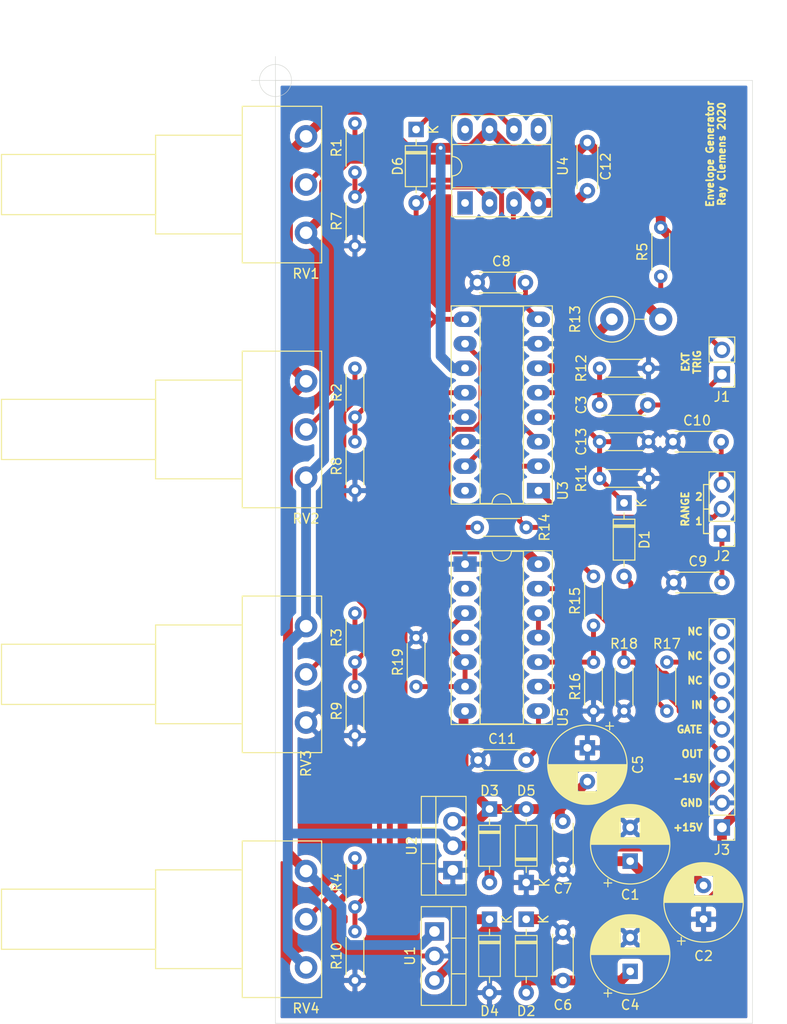
<source format=kicad_pcb>
(kicad_pcb (version 20171130) (host pcbnew "(5.1.6)-1")
  (layers (0 F.Cu signal) (31 B.Cu signal) (34 B.Paste user) (35 F.Paste user) (36 B.SilkS user) (37 F.SilkS user) (38 B.Mask user) (39 F.Mask user) (44 Edge.Cuts user))
  (net 0 "")
  (net 1 GND)
  (net 2 +15V)
  (net 3 -15V)
  (net 4 "Net-(C3-Pad1)")
  (net 5 +12V)
  (net 6 -12V)
  (net 7 "Net-(C8-Pad2)")
  (net 8 "Net-(C9-Pad2)")
  (net 9 "Net-(C10-Pad2)")
  (net 10 "Net-(C11-Pad2)")
  (net 11 /GATE)
  (net 12 "Net-(D6-Pad2)")
  (net 13 "Net-(D6-Pad1)")
  (net 14 "Net-(J1-Pad2)")
  (net 15 "Net-(J2-Pad2)")
  (net 16 "Net-(J3-Pad9)")
  (net 17 "Net-(J3-Pad8)")
  (net 18 "Net-(J3-Pad7)")
  (net 19 /SIG_IN)
  (net 20 /SIG_OUT)
  (net 21 "Net-(R1-Pad2)")
  (net 22 "Net-(R1-Pad1)")
  (net 23 "Net-(R2-Pad2)")
  (net 24 "Net-(R2-Pad1)")
  (net 25 "Net-(R3-Pad2)")
  (net 26 "Net-(R4-Pad2)")
  (net 27 "Net-(R10-Pad1)")
  (net 28 "Net-(R13-Pad1)")
  (net 29 "Net-(R14-Pad2)")
  (net 30 "Net-(R14-Pad1)")
  (net 31 "Net-(R15-Pad1)")
  (net 32 "Net-(R17-Pad2)")
  (net 33 "Net-(R19-Pad2)")
  (net 34 "Net-(U3-Pad16)")
  (net 35 "Net-(U3-Pad3)")
  (net 36 "Net-(U4-Pad8)")
  (net 37 "Net-(U4-Pad5)")
  (net 38 "Net-(U4-Pad1)")
  (net 39 "Net-(U5-Pad11)")
  (net 40 "Net-(U5-Pad4)")
  (net 41 "Net-(U5-Pad2)")
  (net 42 "Net-(C13-Pad2)")
  (module Connector_PinHeader_2.54mm:PinHeader_1x09_P2.54mm_Vertical (layer F.Cu) (at 173.99 124.46 180)
    (fp_text reference J3 (at 0 -2.33) (layer F.SilkS))
    (fp_text value Conn_01x09_Male)
    (pad 9 thru_hole oval (at 0 20.32 180) (size 1.7 1.7) (drill 1) (layers *.Cu *.Mask) (net 16 "Net-(J3-Pad9)"))
    (pad 8 thru_hole oval (at 0 17.78 180) (size 1.7 1.7) (drill 1) (layers *.Cu *.Mask) (net 17 "Net-(J3-Pad8)"))
    (pad 7 thru_hole oval (at 0 15.24 180) (size 1.7 1.7) (drill 1) (layers *.Cu *.Mask) (net 18 "Net-(J3-Pad7)"))
    (pad 6 thru_hole oval (at 0 12.7 180) (size 1.7 1.7) (drill 1) (layers *.Cu *.Mask) (net 19 /SIG_IN))
    (pad 5 thru_hole oval (at 0 10.16 180) (size 1.7 1.7) (drill 1) (layers *.Cu *.Mask) (net 11 /GATE))
    (pad 4 thru_hole oval (at 0 7.62 180) (size 1.7 1.7) (drill 1) (layers *.Cu *.Mask) (net 20 /SIG_OUT))
    (pad 3 thru_hole oval (at 0 5.08 180) (size 1.7 1.7) (drill 1) (layers *.Cu *.Mask) (net 3 -15V))
    (pad 2 thru_hole oval (at 0 2.54 180) (size 1.7 1.7) (drill 1) (layers *.Cu *.Mask) (net 1 GND))
    (pad 1 thru_hole rect (at 0 0 180) (size 1.7 1.7) (drill 1) (layers *.Cu *.Mask) (net 2 +15V))
  )
  (module Capacitor_THT:C_Disc_D4.3mm_W1.9mm_P5.00mm (layer F.Cu) (at 160.02 58.42 90)
    (fp_text reference C12 (at 2.5 1.905 90) (layer F.SilkS))
    (fp_text value 0.1u)
    (pad 2 thru_hole circle (at 5 0 90) (size 1.6 1.6) (drill 0.8) (layers *.Cu *.Mask) (net 2 +15V))
    (pad 1 thru_hole circle (at 0 0 90) (size 1.6 1.6) (drill 0.8) (layers *.Cu *.Mask) (net 3 -15V))
  )
  (module Package_TO_SOT_THT:TO-220-3_Vertical (layer F.Cu) (at 146.05 128.905 90)
    (fp_text reference U2 (at 2.54 -4.27 90) (layer F.SilkS))
    (fp_text value L7912)
    (pad 3 thru_hole oval (at 5.08 0 90) (size 1.905 2) (drill 1.1) (layers *.Cu *.Mask) (net 6 -12V))
    (pad 2 thru_hole oval (at 2.54 0 90) (size 1.905 2) (drill 1.1) (layers *.Cu *.Mask) (net 3 -15V))
    (pad 1 thru_hole rect (at 0 0 90) (size 1.905 2) (drill 1.1) (layers *.Cu *.Mask) (net 1 GND))
  )
  (module Package_TO_SOT_THT:TO-220-3_Vertical (layer F.Cu) (at 144.145 135.255 270)
    (fp_text reference U1 (at 2.54 2.54 90) (layer F.SilkS))
    (fp_text value L7812)
    (pad 3 thru_hole oval (at 5.08 0 270) (size 1.905 2) (drill 1.1) (layers *.Cu *.Mask) (net 5 +12V))
    (pad 2 thru_hole oval (at 2.54 0 270) (size 1.905 2) (drill 1.1) (layers *.Cu *.Mask) (net 1 GND))
    (pad 1 thru_hole rect (at 0 0 270) (size 1.905 2) (drill 1.1) (layers *.Cu *.Mask) (net 2 +15V))
  )
  (module Potentiometer_THT:Potentiometer_Piher_PC-16_Single_Horizontal (layer F.Cu) (at 130.81 128.985 180)
    (fp_text reference RV4 (at 0 -14.25) (layer F.SilkS))
    (fp_text value 10k)
    (pad 1 thru_hole circle (at 0 0 180) (size 2.34 2.34) (drill 1.3) (layers *.Cu *.Mask) (net 2 +15V))
    (pad 2 thru_hole circle (at 0 -5 180) (size 2.34 2.34) (drill 1.3) (layers *.Cu *.Mask) (net 26 "Net-(R4-Pad2)"))
    (pad 3 thru_hole circle (at 0 -10 180) (size 2.34 2.34) (drill 1.3) (layers *.Cu *.Mask) (net 3 -15V))
  )
  (module Potentiometer_THT:Potentiometer_Piher_PC-16_Single_Horizontal (layer F.Cu) (at 130.81 103.585 180)
    (fp_text reference RV3 (at 0 -14.25 90) (layer F.SilkS))
    (fp_text value 10k)
    (pad 1 thru_hole circle (at 0 0 180) (size 2.34 2.34) (drill 1.3) (layers *.Cu *.Mask) (net 3 -15V))
    (pad 2 thru_hole circle (at 0 -5 180) (size 2.34 2.34) (drill 1.3) (layers *.Cu *.Mask) (net 25 "Net-(R3-Pad2)"))
    (pad 3 thru_hole circle (at 0 -10 180) (size 2.34 2.34) (drill 1.3) (layers *.Cu *.Mask) (net 1 GND))
  )
  (module Potentiometer_THT:Potentiometer_Piher_PC-16_Single_Horizontal (layer F.Cu) (at 130.81 78.185 180)
    (fp_text reference RV2 (at 0 -14.25) (layer F.SilkS))
    (fp_text value 10k)
    (pad 1 thru_hole circle (at 0 0 180) (size 2.34 2.34) (drill 1.3) (layers *.Cu *.Mask) (net 2 +15V))
    (pad 2 thru_hole circle (at 0 -5 180) (size 2.34 2.34) (drill 1.3) (layers *.Cu *.Mask) (net 23 "Net-(R2-Pad2)"))
    (pad 3 thru_hole circle (at 0 -10 180) (size 2.34 2.34) (drill 1.3) (layers *.Cu *.Mask) (net 3 -15V))
  )
  (module Potentiometer_THT:Potentiometer_Piher_PC-16_Single_Horizontal (layer F.Cu) (at 130.81 52.785 180)
    (fp_text reference RV1 (at 0 -14.25) (layer F.SilkS))
    (fp_text value 10k)
    (pad 1 thru_hole circle (at 0 0 180) (size 2.34 2.34) (drill 1.3) (layers *.Cu *.Mask) (net 2 +15V))
    (pad 2 thru_hole circle (at 0 -5 180) (size 2.34 2.34) (drill 1.3) (layers *.Cu *.Mask) (net 21 "Net-(R1-Pad2)"))
    (pad 3 thru_hole circle (at 0 -10 180) (size 2.34 2.34) (drill 1.3) (layers *.Cu *.Mask) (net 3 -15V))
  )
  (module Package_DIP:DIP-14_W7.62mm_Socket_LongPads (layer F.Cu) (at 147.32 97.155)
    (fp_text reference U5 (at 10.16 15.875 90) (layer F.SilkS))
    (fp_text value AS3360)
    (pad 14 thru_hole oval (at 7.62 0) (size 2.4 1.6) (drill 0.8) (layers *.Cu *.Mask) (net 5 +12V))
    (pad 7 thru_hole oval (at 0 15.24) (size 2.4 1.6) (drill 0.8) (layers *.Cu *.Mask) (net 6 -12V))
    (pad 13 thru_hole oval (at 7.62 2.54) (size 2.4 1.6) (drill 0.8) (layers *.Cu *.Mask) (net 20 /SIG_OUT))
    (pad 6 thru_hole oval (at 0 12.7) (size 2.4 1.6) (drill 0.8) (layers *.Cu *.Mask) (net 33 "Net-(R19-Pad2)"))
    (pad 12 thru_hole oval (at 7.62 5.08) (size 2.4 1.6) (drill 0.8) (layers *.Cu *.Mask) (net 39 "Net-(U5-Pad11)"))
    (pad 5 thru_hole oval (at 0 10.16) (size 2.4 1.6) (drill 0.8) (layers *.Cu *.Mask) (net 33 "Net-(R19-Pad2)"))
    (pad 11 thru_hole oval (at 7.62 7.62) (size 2.4 1.6) (drill 0.8) (layers *.Cu *.Mask) (net 39 "Net-(U5-Pad11)"))
    (pad 4 thru_hole oval (at 0 7.62) (size 2.4 1.6) (drill 0.8) (layers *.Cu *.Mask) (net 40 "Net-(U5-Pad4)"))
    (pad 10 thru_hole oval (at 7.62 10.16) (size 2.4 1.6) (drill 0.8) (layers *.Cu *.Mask) (net 31 "Net-(R15-Pad1)"))
    (pad 3 thru_hole oval (at 0 5.08) (size 2.4 1.6) (drill 0.8) (layers *.Cu *.Mask) (net 33 "Net-(R19-Pad2)"))
    (pad 9 thru_hole oval (at 7.62 12.7) (size 2.4 1.6) (drill 0.8) (layers *.Cu *.Mask) (net 32 "Net-(R17-Pad2)"))
    (pad 2 thru_hole oval (at 0 2.54) (size 2.4 1.6) (drill 0.8) (layers *.Cu *.Mask) (net 41 "Net-(U5-Pad2)"))
    (pad 8 thru_hole oval (at 7.62 15.24) (size 2.4 1.6) (drill 0.8) (layers *.Cu *.Mask) (net 10 "Net-(C11-Pad2)"))
    (pad 1 thru_hole rect (at 0 0) (size 2.4 1.6) (drill 0.8) (layers *.Cu *.Mask) (net 1 GND))
  )
  (module Package_DIP:DIP-8_W7.62mm_Socket_LongPads (layer F.Cu) (at 147.32 59.69 90)
    (fp_text reference U4 (at 3.81 10.16 90) (layer F.SilkS))
    (fp_text value LM741)
    (pad 8 thru_hole oval (at 7.62 0 90) (size 2.4 1.6) (drill 0.8) (layers *.Cu *.Mask) (net 36 "Net-(U4-Pad8)"))
    (pad 4 thru_hole oval (at 0 7.62 90) (size 2.4 1.6) (drill 0.8) (layers *.Cu *.Mask) (net 3 -15V))
    (pad 7 thru_hole oval (at 7.62 2.54 90) (size 2.4 1.6) (drill 0.8) (layers *.Cu *.Mask) (net 2 +15V))
    (pad 3 thru_hole oval (at 0 5.08 90) (size 2.4 1.6) (drill 0.8) (layers *.Cu *.Mask) (net 35 "Net-(U3-Pad3)"))
    (pad 6 thru_hole oval (at 7.62 5.08 90) (size 2.4 1.6) (drill 0.8) (layers *.Cu *.Mask) (net 13 "Net-(D6-Pad1)"))
    (pad 2 thru_hole oval (at 0 2.54 90) (size 2.4 1.6) (drill 0.8) (layers *.Cu *.Mask) (net 12 "Net-(D6-Pad2)"))
    (pad 5 thru_hole oval (at 7.62 7.62 90) (size 2.4 1.6) (drill 0.8) (layers *.Cu *.Mask) (net 37 "Net-(U4-Pad5)"))
    (pad 1 thru_hole rect (at 0 0 90) (size 2.4 1.6) (drill 0.8) (layers *.Cu *.Mask) (net 38 "Net-(U4-Pad1)"))
  )
  (module Package_DIP:DIP-16_W7.62mm_Socket_LongPads (layer F.Cu) (at 154.94 89.535 180)
    (fp_text reference U3 (at -2.54 0 90) (layer F.SilkS))
    (fp_text value AS3310)
    (pad 16 thru_hole oval (at 7.62 0 180) (size 2.4 1.6) (drill 0.8) (layers *.Cu *.Mask) (net 34 "Net-(U3-Pad16)"))
    (pad 8 thru_hole oval (at 0 17.78 180) (size 2.4 1.6) (drill 0.8) (layers *.Cu *.Mask) (net 7 "Net-(C8-Pad2)"))
    (pad 15 thru_hole oval (at 7.62 2.54 180) (size 2.4 1.6) (drill 0.8) (layers *.Cu *.Mask) (net 22 "Net-(R1-Pad1)"))
    (pad 7 thru_hole oval (at 0 15.24 180) (size 2.4 1.6) (drill 0.8) (layers *.Cu *.Mask) (net 1 GND))
    (pad 14 thru_hole oval (at 7.62 5.08 180) (size 2.4 1.6) (drill 0.8) (layers *.Cu *.Mask) (net 1 GND))
    (pad 6 thru_hole oval (at 0 12.7 180) (size 2.4 1.6) (drill 0.8) (layers *.Cu *.Mask) (net 28 "Net-(R13-Pad1)"))
    (pad 13 thru_hole oval (at 7.62 7.62 180) (size 2.4 1.6) (drill 0.8) (layers *.Cu *.Mask) (net 27 "Net-(R10-Pad1)"))
    (pad 5 thru_hole oval (at 0 10.16 180) (size 2.4 1.6) (drill 0.8) (layers *.Cu *.Mask) (net 4 "Net-(C3-Pad1)"))
    (pad 12 thru_hole oval (at 7.62 10.16 180) (size 2.4 1.6) (drill 0.8) (layers *.Cu *.Mask) (net 24 "Net-(R2-Pad1)"))
    (pad 4 thru_hole oval (at 0 7.62 180) (size 2.4 1.6) (drill 0.8) (layers *.Cu *.Mask) (net 42 "Net-(C13-Pad2)"))
    (pad 11 thru_hole oval (at 7.62 12.7 180) (size 2.4 1.6) (drill 0.8) (layers *.Cu *.Mask) (net 2 +15V))
    (pad 3 thru_hole oval (at 0 5.08 180) (size 2.4 1.6) (drill 0.8) (layers *.Cu *.Mask) (net 35 "Net-(U3-Pad3)"))
    (pad 10 thru_hole oval (at 7.62 15.24 180) (size 2.4 1.6) (drill 0.8) (layers *.Cu *.Mask) (net 29 "Net-(R14-Pad2)"))
    (pad 2 thru_hole oval (at 0 2.54 180) (size 2.4 1.6) (drill 0.8) (layers *.Cu *.Mask) (net 30 "Net-(R14-Pad1)"))
    (pad 9 thru_hole oval (at 7.62 17.78 180) (size 2.4 1.6) (drill 0.8) (layers *.Cu *.Mask) (net 12 "Net-(D6-Pad2)"))
    (pad 1 thru_hole rect (at 0 0 180) (size 2.4 1.6) (drill 0.8) (layers *.Cu *.Mask) (net 15 "Net-(J2-Pad2)"))
  )
  (module Resistor_THT:R_Axial_DIN0204_L3.6mm_D1.6mm_P5.08mm_Horizontal (layer F.Cu) (at 142.24 104.775 270)
    (fp_text reference R19 (at 2.54 1.905 90) (layer F.SilkS))
    (fp_text value 47k)
    (pad 2 thru_hole oval (at 5.08 0 270) (size 1.4 1.4) (drill 0.7) (layers *.Cu *.Mask) (net 33 "Net-(R19-Pad2)"))
    (pad 1 thru_hole circle (at 0 0 270) (size 1.4 1.4) (drill 0.7) (layers *.Cu *.Mask) (net 1 GND))
  )
  (module Resistor_THT:R_Axial_DIN0204_L3.6mm_D1.6mm_P5.08mm_Horizontal (layer F.Cu) (at 163.83 112.395 90)
    (fp_text reference R18 (at 6.985 0 180) (layer F.SilkS))
    (fp_text value 47k)
    (pad 2 thru_hole oval (at 5.08 0 90) (size 1.4 1.4) (drill 0.7) (layers *.Cu *.Mask) (net 20 /SIG_OUT))
    (pad 1 thru_hole circle (at 0 0 90) (size 1.4 1.4) (drill 0.7) (layers *.Cu *.Mask) (net 1 GND))
  )
  (module Resistor_THT:R_Axial_DIN0204_L3.6mm_D1.6mm_P5.08mm_Horizontal (layer F.Cu) (at 168.275 107.315 270)
    (fp_text reference R17 (at -1.905 0) (layer F.SilkS))
    (fp_text value 47k)
    (pad 2 thru_hole oval (at 5.08 0 270) (size 1.4 1.4) (drill 0.7) (layers *.Cu *.Mask) (net 32 "Net-(R17-Pad2)"))
    (pad 1 thru_hole circle (at 0 0 270) (size 1.4 1.4) (drill 0.7) (layers *.Cu *.Mask) (net 19 /SIG_IN))
  )
  (module Resistor_THT:R_Axial_DIN0204_L3.6mm_D1.6mm_P5.08mm_Horizontal (layer F.Cu) (at 160.655 107.315 270)
    (fp_text reference R16 (at 2.54 1.905 90) (layer F.SilkS))
    (fp_text value 10k)
    (pad 2 thru_hole oval (at 5.08 0 270) (size 1.4 1.4) (drill 0.7) (layers *.Cu *.Mask) (net 1 GND))
    (pad 1 thru_hole circle (at 0 0 270) (size 1.4 1.4) (drill 0.7) (layers *.Cu *.Mask) (net 31 "Net-(R15-Pad1)"))
  )
  (module Resistor_THT:R_Axial_DIN0204_L3.6mm_D1.6mm_P5.08mm_Horizontal (layer F.Cu) (at 160.655 103.505 90)
    (fp_text reference R15 (at 2.54 -1.92 90) (layer F.SilkS))
    (fp_text value 47k)
    (pad 2 thru_hole oval (at 5.08 0 90) (size 1.4 1.4) (drill 0.7) (layers *.Cu *.Mask) (net 30 "Net-(R14-Pad1)"))
    (pad 1 thru_hole circle (at 0 0 90) (size 1.4 1.4) (drill 0.7) (layers *.Cu *.Mask) (net 31 "Net-(R15-Pad1)"))
  )
  (module Resistor_THT:R_Axial_DIN0204_L3.6mm_D1.6mm_P5.08mm_Horizontal (layer F.Cu) (at 153.67 93.345 180)
    (fp_text reference R14 (at -1.905 0 90) (layer F.SilkS))
    (fp_text value 30k)
    (pad 2 thru_hole oval (at 5.08 0 180) (size 1.4 1.4) (drill 0.7) (layers *.Cu *.Mask) (net 29 "Net-(R14-Pad2)"))
    (pad 1 thru_hole circle (at 0 0 180) (size 1.4 1.4) (drill 0.7) (layers *.Cu *.Mask) (net 30 "Net-(R14-Pad1)"))
  )
  (module Resistor_THT:R_Axial_DIN0414_L11.9mm_D4.5mm_P5.08mm_Vertical (layer F.Cu) (at 162.56 71.755)
    (fp_text reference R13 (at -3.81 0 90) (layer F.SilkS))
    (fp_text value 750)
    (pad 2 thru_hole oval (at 5.08 0) (size 2.4 2.4) (drill 1.2) (layers *.Cu *.Mask) (net 3 -15V))
    (pad 1 thru_hole circle (at 0 0) (size 2.4 2.4) (drill 1.2) (layers *.Cu *.Mask) (net 28 "Net-(R13-Pad1)"))
  )
  (module Resistor_THT:R_Axial_DIN0204_L3.6mm_D1.6mm_P5.08mm_Horizontal (layer F.Cu) (at 161.29 76.835)
    (fp_text reference R12 (at -1.905 0 90) (layer F.SilkS))
    (fp_text value 10k)
    (pad 2 thru_hole oval (at 5.08 0) (size 1.4 1.4) (drill 0.7) (layers *.Cu *.Mask) (net 1 GND))
    (pad 1 thru_hole circle (at 0 0) (size 1.4 1.4) (drill 0.7) (layers *.Cu *.Mask) (net 4 "Net-(C3-Pad1)"))
  )
  (module Resistor_THT:R_Axial_DIN0204_L3.6mm_D1.6mm_P5.08mm_Horizontal (layer F.Cu) (at 161.29 88.265)
    (fp_text reference R11 (at -1.905 0 90) (layer F.SilkS))
    (fp_text value 10k)
    (pad 2 thru_hole oval (at 5.08 0) (size 1.4 1.4) (drill 0.7) (layers *.Cu *.Mask) (net 1 GND))
    (pad 1 thru_hole circle (at 0 0) (size 1.4 1.4) (drill 0.7) (layers *.Cu *.Mask) (net 42 "Net-(C13-Pad2)"))
  )
  (module Resistor_THT:R_Axial_DIN0204_L3.6mm_D1.6mm_P5.08mm_Horizontal (layer F.Cu) (at 135.89 135.255 270)
    (fp_text reference R10 (at 2.54 1.905 90) (layer F.SilkS))
    (fp_text value 200)
    (pad 2 thru_hole oval (at 5.08 0 270) (size 1.4 1.4) (drill 0.7) (layers *.Cu *.Mask) (net 1 GND))
    (pad 1 thru_hole circle (at 0 0 270) (size 1.4 1.4) (drill 0.7) (layers *.Cu *.Mask) (net 27 "Net-(R10-Pad1)"))
  )
  (module Resistor_THT:R_Axial_DIN0204_L3.6mm_D1.6mm_P5.08mm_Horizontal (layer F.Cu) (at 135.89 109.855 270)
    (fp_text reference R9 (at 2.54 1.905 90) (layer F.SilkS))
    (fp_text value 15k)
    (pad 2 thru_hole oval (at 5.08 0 270) (size 1.4 1.4) (drill 0.7) (layers *.Cu *.Mask) (net 1 GND))
    (pad 1 thru_hole circle (at 0 0 270) (size 1.4 1.4) (drill 0.7) (layers *.Cu *.Mask) (net 12 "Net-(D6-Pad2)"))
  )
  (module Resistor_THT:R_Axial_DIN0204_L3.6mm_D1.6mm_P5.08mm_Horizontal (layer F.Cu) (at 135.89 84.455 270)
    (fp_text reference R8 (at 2.54 1.905 90) (layer F.SilkS))
    (fp_text value 200)
    (pad 2 thru_hole oval (at 5.08 0 270) (size 1.4 1.4) (drill 0.7) (layers *.Cu *.Mask) (net 1 GND))
    (pad 1 thru_hole circle (at 0 0 270) (size 1.4 1.4) (drill 0.7) (layers *.Cu *.Mask) (net 24 "Net-(R2-Pad1)"))
  )
  (module Resistor_THT:R_Axial_DIN0204_L3.6mm_D1.6mm_P5.08mm_Horizontal (layer F.Cu) (at 135.89 59.055 270)
    (fp_text reference R7 (at 2.54 1.905 90) (layer F.SilkS))
    (fp_text value 200)
    (pad 2 thru_hole oval (at 5.08 0 270) (size 1.4 1.4) (drill 0.7) (layers *.Cu *.Mask) (net 1 GND))
    (pad 1 thru_hole circle (at 0 0 270) (size 1.4 1.4) (drill 0.7) (layers *.Cu *.Mask) (net 22 "Net-(R1-Pad1)"))
  )
  (module Resistor_THT:R_Axial_DIN0204_L3.6mm_D1.6mm_P5.08mm_Horizontal (layer F.Cu) (at 166.37 84.455 180)
    (fp_text reference C13 (at 6.985 0 90) (layer F.SilkS))
    (fp_text value 10n)
    (pad 2 thru_hole oval (at 5.08 0 180) (size 1.4 1.4) (drill 0.7) (layers *.Cu *.Mask) (net 42 "Net-(C13-Pad2)"))
    (pad 1 thru_hole circle (at 0 0 180) (size 1.4 1.4) (drill 0.7) (layers *.Cu *.Mask) (net 1 GND))
  )
  (module Resistor_THT:R_Axial_DIN0204_L3.6mm_D1.6mm_P5.08mm_Horizontal (layer F.Cu) (at 167.64 67.31 90)
    (fp_text reference R5 (at 2.54 -1.92 90) (layer F.SilkS))
    (fp_text value 12k)
    (pad 2 thru_hole oval (at 5.08 0 90) (size 1.4 1.4) (drill 0.7) (layers *.Cu *.Mask) (net 2 +15V))
    (pad 1 thru_hole circle (at 0 0 90) (size 1.4 1.4) (drill 0.7) (layers *.Cu *.Mask) (net 14 "Net-(J1-Pad2)"))
  )
  (module Resistor_THT:R_Axial_DIN0204_L3.6mm_D1.6mm_P5.08mm_Horizontal (layer F.Cu) (at 135.89 132.715 90)
    (fp_text reference R4 (at 2.54 -1.905 90) (layer F.SilkS))
    (fp_text value 12k)
    (pad 2 thru_hole oval (at 5.08 0 90) (size 1.4 1.4) (drill 0.7) (layers *.Cu *.Mask) (net 26 "Net-(R4-Pad2)"))
    (pad 1 thru_hole circle (at 0 0 90) (size 1.4 1.4) (drill 0.7) (layers *.Cu *.Mask) (net 27 "Net-(R10-Pad1)"))
  )
  (module Resistor_THT:R_Axial_DIN0204_L3.6mm_D1.6mm_P5.08mm_Horizontal (layer F.Cu) (at 135.89 107.315 90)
    (fp_text reference R3 (at 2.54 -1.92 90) (layer F.SilkS))
    (fp_text value 20k)
    (pad 2 thru_hole oval (at 5.08 0 90) (size 1.4 1.4) (drill 0.7) (layers *.Cu *.Mask) (net 25 "Net-(R3-Pad2)"))
    (pad 1 thru_hole circle (at 0 0 90) (size 1.4 1.4) (drill 0.7) (layers *.Cu *.Mask) (net 12 "Net-(D6-Pad2)"))
  )
  (module Resistor_THT:R_Axial_DIN0204_L3.6mm_D1.6mm_P5.08mm_Horizontal (layer F.Cu) (at 135.89 81.915 90)
    (fp_text reference R2 (at 2.54 -1.905 90) (layer F.SilkS))
    (fp_text value 12k)
    (pad 2 thru_hole oval (at 5.08 0 90) (size 1.4 1.4) (drill 0.7) (layers *.Cu *.Mask) (net 23 "Net-(R2-Pad2)"))
    (pad 1 thru_hole circle (at 0 0 90) (size 1.4 1.4) (drill 0.7) (layers *.Cu *.Mask) (net 24 "Net-(R2-Pad1)"))
  )
  (module Resistor_THT:R_Axial_DIN0204_L3.6mm_D1.6mm_P5.08mm_Horizontal (layer F.Cu) (at 135.89 56.515 90)
    (fp_text reference R1 (at 2.54 -1.92 90) (layer F.SilkS))
    (fp_text value 12k)
    (pad 2 thru_hole oval (at 5.08 0 90) (size 1.4 1.4) (drill 0.7) (layers *.Cu *.Mask) (net 21 "Net-(R1-Pad2)"))
    (pad 1 thru_hole circle (at 0 0 90) (size 1.4 1.4) (drill 0.7) (layers *.Cu *.Mask) (net 22 "Net-(R1-Pad1)"))
  )
  (module Connector_PinHeader_2.54mm:PinHeader_1x03_P2.54mm_Vertical (layer F.Cu) (at 173.99 93.98 180)
    (fp_text reference J2 (at 0 -2.33) (layer F.SilkS))
    (fp_text value Conn_01x03_Male)
    (pad 3 thru_hole oval (at 0 5.08 180) (size 1.7 1.7) (drill 1) (layers *.Cu *.Mask) (net 9 "Net-(C10-Pad2)"))
    (pad 2 thru_hole oval (at 0 2.54 180) (size 1.7 1.7) (drill 1) (layers *.Cu *.Mask) (net 15 "Net-(J2-Pad2)"))
    (pad 1 thru_hole rect (at 0 0 180) (size 1.7 1.7) (drill 1) (layers *.Cu *.Mask) (net 8 "Net-(C9-Pad2)"))
  )
  (module Connector_PinHeader_2.54mm:PinHeader_1x02_P2.54mm_Vertical (layer F.Cu) (at 173.99 77.47 180)
    (fp_text reference J1 (at 0 -2.33) (layer F.SilkS))
    (fp_text value Conn_01x02_Male)
    (pad 2 thru_hole oval (at 0 2.54 180) (size 1.7 1.7) (drill 1) (layers *.Cu *.Mask) (net 14 "Net-(J1-Pad2)"))
    (pad 1 thru_hole rect (at 0 0 180) (size 1.7 1.7) (drill 1) (layers *.Cu *.Mask) (net 42 "Net-(C13-Pad2)"))
  )
  (module Diode_THT:D_DO-35_SOD27_P7.62mm_Horizontal (layer F.Cu) (at 142.24 52.07 270)
    (fp_text reference D6 (at 3.81 1.905 90) (layer F.SilkS))
    (fp_text value 1N4148)
    (fp_text user K (at 0 -1.8 90) (layer F.SilkS))
    (pad 2 thru_hole oval (at 7.62 0 270) (size 1.6 1.6) (drill 0.8) (layers *.Cu *.Mask) (net 12 "Net-(D6-Pad2)"))
    (pad 1 thru_hole rect (at 0 0 270) (size 1.6 1.6) (drill 0.8) (layers *.Cu *.Mask) (net 13 "Net-(D6-Pad1)"))
  )
  (module Diode_THT:D_DO-35_SOD27_P7.62mm_Horizontal (layer F.Cu) (at 153.67 130.175 90)
    (fp_text reference D5 (at 9.525 0 180) (layer F.SilkS))
    (fp_text value 1N4001)
    (fp_text user K (at 0 1.905 90) (layer F.SilkS))
    (pad 2 thru_hole oval (at 7.62 0 90) (size 1.6 1.6) (drill 0.8) (layers *.Cu *.Mask) (net 6 -12V))
    (pad 1 thru_hole rect (at 0 0 90) (size 1.6 1.6) (drill 0.8) (layers *.Cu *.Mask) (net 1 GND))
  )
  (module Diode_THT:D_DO-35_SOD27_P7.62mm_Horizontal (layer F.Cu) (at 149.86 133.985 270)
    (fp_text reference D4 (at 9.525 0 180) (layer F.SilkS))
    (fp_text value 1N4001)
    (fp_text user K (at 0 -1.8 90) (layer F.SilkS))
    (pad 2 thru_hole oval (at 7.62 0 270) (size 1.6 1.6) (drill 0.8) (layers *.Cu *.Mask) (net 1 GND))
    (pad 1 thru_hole rect (at 0 0 270) (size 1.6 1.6) (drill 0.8) (layers *.Cu *.Mask) (net 5 +12V))
  )
  (module Diode_THT:D_DO-35_SOD27_P7.62mm_Horizontal (layer F.Cu) (at 149.86 122.555 270)
    (fp_text reference D3 (at -1.905 0 180) (layer F.SilkS))
    (fp_text value 1N4001)
    (fp_text user K (at 0 -1.8 90) (layer F.SilkS))
    (pad 2 thru_hole oval (at 7.62 0 270) (size 1.6 1.6) (drill 0.8) (layers *.Cu *.Mask) (net 3 -15V))
    (pad 1 thru_hole rect (at 0 0 270) (size 1.6 1.6) (drill 0.8) (layers *.Cu *.Mask) (net 6 -12V))
  )
  (module Diode_THT:D_DO-35_SOD27_P7.62mm_Horizontal (layer F.Cu) (at 153.67 133.985 270)
    (fp_text reference D2 (at 9.525 0 180) (layer F.SilkS))
    (fp_text value 1N4001)
    (fp_text user K (at 0 -1.8 90) (layer F.SilkS))
    (pad 2 thru_hole oval (at 7.62 0 270) (size 1.6 1.6) (drill 0.8) (layers *.Cu *.Mask) (net 5 +12V))
    (pad 1 thru_hole rect (at 0 0 270) (size 1.6 1.6) (drill 0.8) (layers *.Cu *.Mask) (net 2 +15V))
  )
  (module Diode_THT:D_DO-35_SOD27_P7.62mm_Horizontal (layer F.Cu) (at 163.83 90.805 270)
    (fp_text reference D1 (at 3.81 -2.12 90) (layer F.SilkS))
    (fp_text value 1N4148)
    (fp_text user K (at 0 -1.8 90) (layer F.SilkS))
    (pad 2 thru_hole oval (at 7.62 0 270) (size 1.6 1.6) (drill 0.8) (layers *.Cu *.Mask) (net 11 /GATE))
    (pad 1 thru_hole rect (at 0 0 270) (size 1.6 1.6) (drill 0.8) (layers *.Cu *.Mask) (net 42 "Net-(C13-Pad2)"))
  )
  (module Capacitor_THT:C_Disc_D4.3mm_W1.9mm_P5.00mm (layer F.Cu) (at 148.67 117.475)
    (fp_text reference C11 (at 2.5 -2.2) (layer F.SilkS))
    (fp_text value 4n7)
    (pad 2 thru_hole circle (at 5 0) (size 1.6 1.6) (drill 0.8) (layers *.Cu *.Mask) (net 10 "Net-(C11-Pad2)"))
    (pad 1 thru_hole circle (at 0 0) (size 1.6 1.6) (drill 0.8) (layers *.Cu *.Mask) (net 1 GND))
  )
  (module Capacitor_THT:C_Disc_D4.3mm_W1.9mm_P5.00mm (layer F.Cu) (at 168.91 84.455)
    (fp_text reference C10 (at 2.5 -2.2) (layer F.SilkS))
    (fp_text value 33n)
    (pad 2 thru_hole circle (at 5 0) (size 1.6 1.6) (drill 0.8) (layers *.Cu *.Mask) (net 9 "Net-(C10-Pad2)"))
    (pad 1 thru_hole circle (at 0 0) (size 1.6 1.6) (drill 0.8) (layers *.Cu *.Mask) (net 1 GND))
  )
  (module Capacitor_THT:C_Disc_D4.3mm_W1.9mm_P5.00mm (layer F.Cu) (at 168.99 99.06)
    (fp_text reference C9 (at 2.5 -2.2) (layer F.SilkS))
    (fp_text value 4n7)
    (pad 2 thru_hole circle (at 5 0) (size 1.6 1.6) (drill 0.8) (layers *.Cu *.Mask) (net 8 "Net-(C9-Pad2)"))
    (pad 1 thru_hole circle (at 0 0) (size 1.6 1.6) (drill 0.8) (layers *.Cu *.Mask) (net 1 GND))
  )
  (module Capacitor_THT:C_Disc_D4.3mm_W1.9mm_P5.00mm (layer F.Cu) (at 148.59 67.945)
    (fp_text reference C8 (at 2.5 -2.2) (layer F.SilkS))
    (fp_text value 10n)
    (pad 2 thru_hole circle (at 5 0) (size 1.6 1.6) (drill 0.8) (layers *.Cu *.Mask) (net 7 "Net-(C8-Pad2)"))
    (pad 1 thru_hole circle (at 0 0) (size 1.6 1.6) (drill 0.8) (layers *.Cu *.Mask) (net 1 GND))
  )
  (module Capacitor_THT:C_Disc_D4.3mm_W1.9mm_P5.00mm (layer F.Cu) (at 157.48 123.825 270)
    (fp_text reference C7 (at 6.985 0 180) (layer F.SilkS))
    (fp_text value 0.1u)
    (pad 2 thru_hole circle (at 5 0 270) (size 1.6 1.6) (drill 0.8) (layers *.Cu *.Mask) (net 1 GND))
    (pad 1 thru_hole circle (at 0 0 270) (size 1.6 1.6) (drill 0.8) (layers *.Cu *.Mask) (net 6 -12V))
  )
  (module Capacitor_THT:C_Disc_D4.3mm_W1.9mm_P5.00mm (layer F.Cu) (at 157.48 135.335 270)
    (fp_text reference C6 (at 7.54 0 180) (layer F.SilkS))
    (fp_text value 0.1u)
    (pad 2 thru_hole circle (at 5 0 270) (size 1.6 1.6) (drill 0.8) (layers *.Cu *.Mask) (net 5 +12V))
    (pad 1 thru_hole circle (at 0 0 270) (size 1.6 1.6) (drill 0.8) (layers *.Cu *.Mask) (net 1 GND))
  )
  (module Capacitor_THT:CP_Radial_D8.0mm_P3.50mm (layer F.Cu) (at 160.02 116.205 270)
    (fp_text reference C5 (at 1.75 -5.25 90) (layer F.SilkS))
    (fp_text value 10u)
    (pad 2 thru_hole circle (at 3.5 0 270) (size 1.6 1.6) (drill 0.8) (layers *.Cu *.Mask) (net 6 -12V))
    (pad 1 thru_hole rect (at 0 0 270) (size 1.6 1.6) (drill 0.8) (layers *.Cu *.Mask) (net 1 GND))
  )
  (module Capacitor_THT:CP_Radial_D8.0mm_P3.50mm (layer F.Cu) (at 164.465 139.39 90)
    (fp_text reference C4 (at -3.485 0 180) (layer F.SilkS))
    (fp_text value 10u)
    (pad 2 thru_hole circle (at 3.5 0 90) (size 1.6 1.6) (drill 0.8) (layers *.Cu *.Mask) (net 1 GND))
    (pad 1 thru_hole rect (at 0 0 90) (size 1.6 1.6) (drill 0.8) (layers *.Cu *.Mask) (net 5 +12V))
  )
  (module Capacitor_THT:C_Disc_D4.3mm_W1.9mm_P5.00mm (layer F.Cu) (at 161.29 80.645)
    (fp_text reference C3 (at -1.905 0 90) (layer F.SilkS))
    (fp_text value 3n3)
    (pad 2 thru_hole circle (at 5 0) (size 1.6 1.6) (drill 0.8) (layers *.Cu *.Mask) (net 42 "Net-(C13-Pad2)"))
    (pad 1 thru_hole circle (at 0 0) (size 1.6 1.6) (drill 0.8) (layers *.Cu *.Mask) (net 4 "Net-(C3-Pad1)"))
  )
  (module Capacitor_THT:CP_Radial_D8.0mm_P3.50mm (layer F.Cu) (at 172.085 133.985 90)
    (fp_text reference C2 (at -3.81 0 180) (layer F.SilkS))
    (fp_text value 100u)
    (pad 2 thru_hole circle (at 3.5 0 90) (size 1.6 1.6) (drill 0.8) (layers *.Cu *.Mask) (net 3 -15V))
    (pad 1 thru_hole rect (at 0 0 90) (size 1.6 1.6) (drill 0.8) (layers *.Cu *.Mask) (net 1 GND))
  )
  (module Capacitor_THT:CP_Radial_D8.0mm_P3.50mm (layer F.Cu) (at 164.465 127.96 90)
    (fp_text reference C1 (at -3.485 0 180) (layer F.SilkS))
    (fp_text value 100u)
    (pad 2 thru_hole circle (at 3.5 0 90) (size 1.6 1.6) (drill 0.8) (layers *.Cu *.Mask) (net 1 GND))
    (pad 1 thru_hole rect (at 0 0 90) (size 1.6 1.6) (drill 0.8) (layers *.Cu *.Mask) (net 2 +15V))
  )
  (gr_text "EXT\nTRIG" (at 170.815 76.2 90) (layer F.SilkS) (effects (font (size 0.75 0.75) (thickness 0.1875))))
  (gr_line (start 172.085 91.44) (end 172.085 93.98) (layer F.SilkS) (width 0.12))
  (gr_line (start 172.72 93.98) (end 172.085 93.98) (layer F.SilkS) (width 0.12))
  (gr_line (start 172.085 93.98) (end 172.72 93.98) (layer F.SilkS) (width 0.12))
  (gr_line (start 172.72 91.44) (end 172.085 91.44) (layer F.SilkS) (width 0.12))
  (gr_line (start 172.085 91.44) (end 172.72 91.44) (layer F.SilkS) (width 0.12))
  (gr_line (start 172.085 88.9) (end 172.085 91.44) (layer F.SilkS) (width 0.12))
  (gr_line (start 172.72 88.9) (end 172.085 88.9) (layer F.SilkS) (width 0.12))
  (gr_text RANGE (at 170.18 91.44 90) (layer F.SilkS) (effects (font (size 0.75 0.75) (thickness 0.1875))))
  (gr_text 2 (at 172.085 90.17) (layer F.SilkS) (effects (font (size 0.75 0.75) (thickness 0.1875)) (justify right)))
  (gr_text 1 (at 172.085 92.71) (layer F.SilkS) (effects (font (size 0.75 0.75) (thickness 0.1875)) (justify right)))
  (gr_text NC (at 172.085 104.14) (layer F.SilkS) (effects (font (size 0.75 0.75) (thickness 0.1875)) (justify right)))
  (gr_text NC (at 172.085 106.68) (layer F.SilkS) (effects (font (size 0.75 0.75) (thickness 0.1875)) (justify right)))
  (gr_text NC (at 172.085 109.22) (layer F.SilkS) (effects (font (size 0.75 0.75) (thickness 0.1875)) (justify right)))
  (gr_text IN (at 172.085 111.76) (layer F.SilkS) (effects (font (size 0.75 0.75) (thickness 0.1875)) (justify right)))
  (gr_text GATE (at 172.085 114.3) (layer F.SilkS) (effects (font (size 0.75 0.75) (thickness 0.1875)) (justify right)))
  (gr_text OUT (at 172.085 116.84) (layer F.SilkS) (effects (font (size 0.75 0.75) (thickness 0.1875)) (justify right)))
  (gr_text -15V (at 172.085 119.38) (layer F.SilkS) (effects (font (size 0.75 0.75) (thickness 0.1875)) (justify right)))
  (gr_text +15V (at 172.085 124.46) (layer F.SilkS) (effects (font (size 0.75 0.75) (thickness 0.1875)) (justify right)))
  (gr_text GND (at 172.085 121.92) (layer F.SilkS) (effects (font (size 0.75 0.75) (thickness 0.1875)) (justify right)))
  (gr_text "Envelope Generator\nRay Clemens 2020" (at 173.355 54.61 90) (layer F.SilkS) (effects (font (size 0.75 0.75) (thickness 0.1875))))
  (target plus (at 127.635 46.99) (size 5) (width 0.05) (layer Edge.Cuts))
  (gr_line (start 177.165 46.99) (end 177.165 144.78) (layer Edge.Cuts) (width 0.05))
  (gr_line (start 127.635 46.99) (end 177.165 46.99) (layer Edge.Cuts) (width 0.05))
  (gr_line (start 127.635 48.26) (end 127.635 46.99) (layer Edge.Cuts) (width 0.05))
  (gr_line (start 127.635 48.26) (end 127.635 144.78) (layer Edge.Cuts) (width 0.05))
  (gr_line (start 127.635 144.78) (end 177.165 144.78) (layer Edge.Cuts) (width 0.05))
  (segment (start 161.511 127.96) (end 164.465 127.96) (width 1.016) (layer F.Cu) (net 2))
  (segment (start 155.486 133.985) (end 161.511 127.96) (width 1.016) (layer F.Cu) (net 2))
  (segment (start 153.67 133.985) (end 155.486 133.985) (width 1.016) (layer F.Cu) (net 2))
  (segment (start 152.009999 54.219999) (end 149.86 52.07) (width 1.016) (layer F.Cu) (net 2))
  (segment (start 159.220001 54.219999) (end 152.009999 54.219999) (width 1.016) (layer F.Cu) (net 2))
  (segment (start 160.02 53.42) (end 159.220001 54.219999) (width 1.016) (layer F.Cu) (net 2))
  (segment (start 133.568001 50.026999) (end 130.81 52.785) (width 1.016) (layer F.Cu) (net 2))
  (segment (start 141.273608 53.97801) (end 137.322597 50.026999) (width 1.016) (layer F.Cu) (net 2))
  (segment (start 149.852648 52.07) (end 147.944638 53.97801) (width 1.016) (layer F.Cu) (net 2))
  (segment (start 137.322597 50.026999) (end 133.568001 50.026999) (width 1.016) (layer F.Cu) (net 2))
  (segment (start 149.86 52.07) (end 149.852648 52.07) (width 1.016) (layer F.Cu) (net 2))
  (segment (start 128.931999 54.663001) (end 130.81 52.785) (width 1.016) (layer F.Cu) (net 2))
  (segment (start 128.931999 76.306999) (end 128.931999 54.663001) (width 1.016) (layer F.Cu) (net 2))
  (segment (start 130.81 78.185) (end 128.931999 76.306999) (width 1.016) (layer F.Cu) (net 2))
  (segment (start 168.498001 131.993001) (end 164.465 127.96) (width 1.016) (layer F.Cu) (net 2))
  (segment (start 172.808841 131.993001) (end 168.498001 131.993001) (width 1.016) (layer F.Cu) (net 2))
  (segment (start 173.99 130.811842) (end 172.808841 131.993001) (width 1.016) (layer F.Cu) (net 2))
  (segment (start 173.99 124.46) (end 173.99 130.811842) (width 1.016) (layer F.Cu) (net 2))
  (segment (start 167.64 61.04) (end 160.02 53.42) (width 1.016) (layer F.Cu) (net 2))
  (segment (start 167.64 62.23) (end 167.64 61.04) (width 1.016) (layer F.Cu) (net 2))
  (segment (start 173.99 124.46) (end 175.895 122.555) (width 1.016) (layer F.Cu) (net 2))
  (segment (start 175.895 70.485) (end 167.64 62.23) (width 1.016) (layer F.Cu) (net 2))
  (segment (start 175.895 122.555) (end 175.895 70.485) (width 1.016) (layer F.Cu) (net 2))
  (segment (start 147.32 76.835) (end 146.05 76.835) (width 1.016) (layer B.Cu) (net 2))
  (via (at 144.78301 53.97801) (size 0.8) (drill 0.4) (layers F.Cu B.Cu) (net 2))
  (segment (start 144.78301 75.56801) (end 144.78301 53.97801) (width 1.016) (layer B.Cu) (net 2))
  (segment (start 146.05 76.835) (end 144.78301 75.56801) (width 1.016) (layer B.Cu) (net 2))
  (segment (start 147.944638 53.97801) (end 144.78301 53.97801) (width 1.016) (layer F.Cu) (net 2))
  (segment (start 144.78301 53.97801) (end 141.273608 53.97801) (width 1.016) (layer F.Cu) (net 2))
  (segment (start 142.736999 136.663001) (end 144.145 135.255) (width 1.016) (layer B.Cu) (net 2))
  (segment (start 135.214159 136.663001) (end 142.736999 136.663001) (width 1.016) (layer B.Cu) (net 2))
  (segment (start 134.481999 135.930841) (end 135.214159 136.663001) (width 1.016) (layer B.Cu) (net 2))
  (segment (start 134.481999 132.656999) (end 134.481999 135.930841) (width 1.016) (layer B.Cu) (net 2))
  (segment (start 130.81 128.985) (end 134.481999 132.656999) (width 1.016) (layer B.Cu) (net 2))
  (segment (start 130.81 78.185) (end 128.931999 80.063001) (width 1.016) (layer F.Cu) (net 2))
  (segment (start 128.931999 127.106999) (end 130.81 128.985) (width 1.016) (layer F.Cu) (net 2))
  (segment (start 128.931999 80.063001) (end 128.931999 127.106999) (width 1.016) (layer F.Cu) (net 2))
  (segment (start 149.86 128.159) (end 149.86 130.175) (width 1.016) (layer F.Cu) (net 3))
  (segment (start 148.066 126.365) (end 149.86 128.159) (width 1.016) (layer F.Cu) (net 3))
  (segment (start 146.05 126.365) (end 148.066 126.365) (width 1.016) (layer F.Cu) (net 3))
  (segment (start 151.567001 126.451999) (end 149.86 128.159) (width 1.016) (layer F.Cu) (net 3))
  (segment (start 168.051999 126.451999) (end 151.567001 126.451999) (width 1.016) (layer F.Cu) (net 3))
  (segment (start 172.085 130.485) (end 170.3425 128.7425) (width 1.016) (layer F.Cu) (net 3))
  (segment (start 170.3425 128.7425) (end 168.051999 126.451999) (width 1.016) (layer F.Cu) (net 3))
  (segment (start 132.688001 64.663001) (end 130.81 62.785) (width 1.016) (layer B.Cu) (net 3))
  (segment (start 132.688001 86.306999) (end 132.688001 64.663001) (width 1.016) (layer B.Cu) (net 3))
  (segment (start 130.81 88.185) (end 132.688001 86.306999) (width 1.016) (layer B.Cu) (net 3))
  (segment (start 154.94 59.69) (end 155.575 59.69) (width 1.016) (layer F.Cu) (net 3))
  (segment (start 158.75 59.69) (end 160.02 58.42) (width 1.016) (layer F.Cu) (net 3))
  (segment (start 154.94 59.69) (end 158.75 59.69) (width 1.016) (layer F.Cu) (net 3))
  (segment (start 158.75 62.865) (end 167.64 71.755) (width 1.016) (layer F.Cu) (net 3))
  (segment (start 158.75 59.69) (end 158.75 62.865) (width 1.016) (layer F.Cu) (net 3))
  (segment (start 140.682898 55.106999) (end 140.76992 55.194021) (width 1.016) (layer F.Cu) (net 3))
  (segment (start 130.81 62.785) (end 132.688001 60.906999) (width 1.016) (layer F.Cu) (net 3))
  (segment (start 132.688001 57.633157) (end 135.214159 55.106999) (width 1.016) (layer F.Cu) (net 3))
  (segment (start 140.76992 55.194021) (end 150.444021 55.194021) (width 1.016) (layer F.Cu) (net 3))
  (segment (start 132.688001 60.906999) (end 132.688001 57.633157) (width 1.016) (layer F.Cu) (net 3))
  (segment (start 135.214159 55.106999) (end 140.682898 55.106999) (width 1.016) (layer F.Cu) (net 3))
  (segment (start 150.444021 55.194021) (end 154.94 59.69) (width 1.016) (layer F.Cu) (net 3))
  (segment (start 168.051999 125.318001) (end 168.051999 126.451999) (width 1.016) (layer F.Cu) (net 3))
  (segment (start 173.99 119.38) (end 168.051999 125.318001) (width 1.016) (layer F.Cu) (net 3))
  (segment (start 128.905 137.08) (end 130.81 138.985) (width 1.016) (layer B.Cu) (net 3))
  (segment (start 128.905 125.095) (end 128.905 137.08) (width 1.016) (layer B.Cu) (net 3))
  (segment (start 146.05 126.365) (end 144.78 125.095) (width 1.016) (layer B.Cu) (net 3))
  (segment (start 144.78 125.095) (end 128.905 125.095) (width 1.016) (layer B.Cu) (net 3))
  (segment (start 128.905 105.49) (end 130.81 103.585) (width 1.016) (layer B.Cu) (net 3))
  (segment (start 128.905 125.095) (end 128.905 105.49) (width 1.016) (layer B.Cu) (net 3))
  (segment (start 130.81 103.585) (end 130.81 88.185) (width 1.016) (layer B.Cu) (net 3))
  (segment (start 161.29 88.265) (end 161.29 84.455) (width 0.508) (layer F.Cu) (net 42))
  (segment (start 162.48 84.455) (end 166.29 80.645) (width 0.508) (layer F.Cu) (net 42))
  (segment (start 161.29 84.455) (end 162.48 84.455) (width 0.508) (layer F.Cu) (net 42))
  (segment (start 158.75 81.915) (end 161.29 84.455) (width 0.508) (layer F.Cu) (net 42))
  (segment (start 154.94 81.915) (end 158.75 81.915) (width 0.508) (layer F.Cu) (net 42))
  (segment (start 170.815 80.645) (end 173.99 77.47) (width 0.508) (layer F.Cu) (net 42))
  (segment (start 166.29 80.645) (end 170.815 80.645) (width 0.508) (layer F.Cu) (net 42))
  (segment (start 161.29 88.265) (end 163.83 90.805) (width 0.508) (layer F.Cu) (net 42))
  (segment (start 154.94 79.375) (end 161.29 79.375) (width 0.508) (layer F.Cu) (net 4))
  (segment (start 161.29 79.375) (end 161.29 80.645) (width 0.508) (layer F.Cu) (net 4))
  (segment (start 161.29 76.835) (end 161.29 79.375) (width 0.508) (layer F.Cu) (net 4))
  (segment (start 153.67 141.605) (end 153.67 140.335) (width 1.016) (layer F.Cu) (net 5))
  (segment (start 157.48 140.335) (end 154.94 140.335) (width 1.016) (layer F.Cu) (net 5))
  (segment (start 154.94 140.335) (end 153.67 140.335) (width 1.016) (layer F.Cu) (net 5))
  (segment (start 163.52 140.335) (end 164.465 139.39) (width 1.016) (layer F.Cu) (net 5))
  (segment (start 157.48 140.335) (end 163.52 140.335) (width 1.016) (layer F.Cu) (net 5))
  (segment (start 149.86 134.62) (end 149.86 133.985) (width 1.016) (layer F.Cu) (net 5))
  (segment (start 144.145 140.335) (end 149.86 134.62) (width 1.016) (layer F.Cu) (net 5))
  (segment (start 153.67 138.43) (end 149.86 134.62) (width 1.016) (layer F.Cu) (net 5))
  (segment (start 153.67 140.335) (end 153.67 138.43) (width 1.016) (layer F.Cu) (net 5))
  (segment (start 153.431999 95.646999) (end 154.94 97.155) (width 1.016) (layer F.Cu) (net 5))
  (segment (start 145.553599 95.646999) (end 153.431999 95.646999) (width 1.016) (layer F.Cu) (net 5))
  (segment (start 140.831999 100.368599) (end 145.553599 95.646999) (width 1.016) (layer F.Cu) (net 5))
  (segment (start 140.831999 126.913901) (end 140.831999 100.368599) (width 1.016) (layer F.Cu) (net 5))
  (segment (start 147.903098 133.985) (end 140.831999 126.913901) (width 1.016) (layer F.Cu) (net 5))
  (segment (start 149.86 133.985) (end 147.903098 133.985) (width 1.016) (layer F.Cu) (net 5))
  (segment (start 148.59 123.825) (end 149.86 122.555) (width 1.016) (layer F.Cu) (net 6))
  (segment (start 146.05 123.825) (end 148.59 123.825) (width 1.016) (layer F.Cu) (net 6))
  (segment (start 149.86 122.555) (end 153.67 122.555) (width 1.016) (layer F.Cu) (net 6))
  (segment (start 157.17 122.555) (end 160.02 119.705) (width 1.016) (layer F.Cu) (net 6))
  (segment (start 153.67 122.555) (end 157.17 122.555) (width 1.016) (layer F.Cu) (net 6))
  (segment (start 157.17 123.515) (end 157.48 123.825) (width 1.016) (layer F.Cu) (net 6))
  (segment (start 157.17 122.555) (end 157.17 123.515) (width 1.016) (layer F.Cu) (net 6))
  (segment (start 147.161999 119.856999) (end 149.86 122.555) (width 1.016) (layer F.Cu) (net 6))
  (segment (start 147.161999 112.553001) (end 147.161999 119.856999) (width 1.016) (layer F.Cu) (net 6))
  (segment (start 147.32 112.395) (end 147.161999 112.553001) (width 1.016) (layer F.Cu) (net 6))
  (segment (start 153.59 70.405) (end 154.94 71.755) (width 0.508) (layer F.Cu) (net 7))
  (segment (start 153.59 67.945) (end 153.59 70.405) (width 0.508) (layer F.Cu) (net 7))
  (segment (start 173.99 93.98) (end 173.99 99.06) (width 0.508) (layer F.Cu) (net 8))
  (segment (start 173.91 88.82) (end 173.99 88.9) (width 0.508) (layer F.Cu) (net 9))
  (segment (start 173.91 84.455) (end 173.91 88.82) (width 0.508) (layer F.Cu) (net 9))
  (segment (start 154.94 116.205) (end 153.67 117.475) (width 0.508) (layer F.Cu) (net 10))
  (segment (start 154.94 112.395) (end 154.94 116.205) (width 0.508) (layer F.Cu) (net 10))
  (segment (start 164.53801 99.13301) (end 163.83 98.425) (width 0.508) (layer F.Cu) (net 11))
  (segment (start 164.53801 105.285932) (end 164.53801 99.13301) (width 0.508) (layer F.Cu) (net 11))
  (segment (start 167.721079 108.469001) (end 164.53801 105.285932) (width 0.508) (layer F.Cu) (net 11))
  (segment (start 168.159001 108.469001) (end 167.721079 108.469001) (width 0.508) (layer F.Cu) (net 11))
  (segment (start 173.99 114.3) (end 168.159001 108.469001) (width 0.508) (layer F.Cu) (net 11))
  (segment (start 135.89 107.315) (end 135.89 109.855) (width 0.508) (layer F.Cu) (net 12))
  (segment (start 144.342078 71.755) (end 147.32 71.755) (width 0.508) (layer F.Cu) (net 12))
  (segment (start 134.735999 81.361079) (end 144.342078 71.755) (width 0.508) (layer F.Cu) (net 12))
  (segment (start 134.735999 99.373077) (end 134.735999 81.361079) (width 0.508) (layer F.Cu) (net 12))
  (segment (start 137.044001 101.681079) (end 134.735999 99.373077) (width 0.508) (layer F.Cu) (net 12))
  (segment (start 137.044001 106.160999) (end 137.044001 101.681079) (width 0.508) (layer F.Cu) (net 12))
  (segment (start 135.89 107.315) (end 137.044001 106.160999) (width 0.508) (layer F.Cu) (net 12))
  (segment (start 149.86 59.412798) (end 149.86 59.69) (width 0.508) (layer F.Cu) (net 12))
  (segment (start 148.483201 58.035999) (end 149.86 59.412798) (width 0.508) (layer F.Cu) (net 12))
  (segment (start 143.894001 58.035999) (end 148.483201 58.035999) (width 0.508) (layer F.Cu) (net 12))
  (segment (start 142.24 59.69) (end 143.894001 58.035999) (width 0.508) (layer F.Cu) (net 12))
  (segment (start 142.24 69.652922) (end 144.342078 71.755) (width 0.508) (layer F.Cu) (net 12))
  (segment (start 142.24 59.69) (end 142.24 69.652922) (width 0.508) (layer F.Cu) (net 12))
  (segment (start 150.74599 50.41599) (end 143.89401 50.41599) (width 0.508) (layer F.Cu) (net 13))
  (segment (start 143.89401 50.41599) (end 142.24 52.07) (width 0.508) (layer F.Cu) (net 13))
  (segment (start 152.4 52.07) (end 150.74599 50.41599) (width 0.508) (layer F.Cu) (net 13))
  (segment (start 167.64 68.58) (end 173.99 74.93) (width 0.508) (layer F.Cu) (net 14))
  (segment (start 167.64 67.31) (end 167.64 68.58) (width 0.508) (layer F.Cu) (net 14))
  (segment (start 157.694999 92.289999) (end 154.94 89.535) (width 0.508) (layer F.Cu) (net 15))
  (segment (start 173.140001 92.289999) (end 157.694999 92.289999) (width 0.508) (layer F.Cu) (net 15))
  (segment (start 173.99 91.44) (end 173.140001 92.289999) (width 0.508) (layer F.Cu) (net 15))
  (segment (start 169.545 107.315) (end 173.99 111.76) (width 0.508) (layer F.Cu) (net 19))
  (segment (start 168.275 107.315) (end 169.545 107.315) (width 0.508) (layer F.Cu) (net 19))
  (segment (start 158.552922 99.695) (end 154.94 99.695) (width 0.508) (layer F.Cu) (net 20))
  (segment (start 163.83 104.972078) (end 158.552922 99.695) (width 0.508) (layer F.Cu) (net 20))
  (segment (start 163.83 107.315) (end 163.83 104.972078) (width 0.508) (layer F.Cu) (net 20))
  (segment (start 164.902922 107.315) (end 169.545 111.957078) (width 0.508) (layer F.Cu) (net 20))
  (segment (start 163.83 107.315) (end 164.902922 107.315) (width 0.508) (layer F.Cu) (net 20))
  (segment (start 169.545 112.395) (end 169.545 111.957078) (width 0.508) (layer F.Cu) (net 20))
  (segment (start 173.99 116.84) (end 169.545 112.395) (width 0.508) (layer F.Cu) (net 20))
  (segment (start 135.89 52.705) (end 135.89 51.435) (width 0.508) (layer F.Cu) (net 21))
  (segment (start 130.81 57.785) (end 135.89 52.705) (width 0.508) (layer F.Cu) (net 21))
  (segment (start 135.89 56.515) (end 135.89 59.055) (width 0.508) (layer F.Cu) (net 22))
  (segment (start 151.11401 83.20099) (end 147.32 86.995) (width 0.508) (layer F.Cu) (net 22))
  (segment (start 149.671423 57.327986) (end 151.11401 58.770573) (width 0.508) (layer F.Cu) (net 22))
  (segment (start 151.11401 58.770573) (end 151.11401 83.20099) (width 0.508) (layer F.Cu) (net 22))
  (segment (start 137.617015 57.327986) (end 149.671423 57.327986) (width 0.508) (layer F.Cu) (net 22))
  (segment (start 135.89 59.055) (end 137.617015 57.327986) (width 0.508) (layer F.Cu) (net 22))
  (segment (start 135.89 78.105) (end 135.89 76.835) (width 0.508) (layer F.Cu) (net 23))
  (segment (start 130.81 83.185) (end 135.89 78.105) (width 0.508) (layer F.Cu) (net 23))
  (segment (start 138.43 79.375) (end 135.89 81.915) (width 0.508) (layer F.Cu) (net 24))
  (segment (start 147.32 79.375) (end 138.43 79.375) (width 0.508) (layer F.Cu) (net 24))
  (segment (start 135.89 84.455) (end 135.89 81.915) (width 0.508) (layer F.Cu) (net 24))
  (segment (start 135.89 103.505) (end 135.89 102.235) (width 0.508) (layer F.Cu) (net 25))
  (segment (start 130.81 108.585) (end 135.89 103.505) (width 0.508) (layer F.Cu) (net 25))
  (segment (start 135.89 128.905) (end 135.89 127.635) (width 0.508) (layer F.Cu) (net 26))
  (segment (start 130.81 133.985) (end 135.89 128.905) (width 0.508) (layer F.Cu) (net 26))
  (segment (start 135.89 135.255) (end 135.89 132.715) (width 0.508) (layer F.Cu) (net 27))
  (segment (start 145.612 81.915) (end 138.43 89.097) (width 0.508) (layer F.Cu) (net 27))
  (segment (start 147.32 81.915) (end 145.612 81.915) (width 0.508) (layer F.Cu) (net 27))
  (segment (start 138.43 130.175) (end 135.89 132.715) (width 0.508) (layer F.Cu) (net 27))
  (segment (start 138.43 89.097) (end 138.43 130.175) (width 0.508) (layer F.Cu) (net 27))
  (segment (start 157.48 76.835) (end 162.56 71.755) (width 1.016) (layer F.Cu) (net 28))
  (segment (start 154.94 76.835) (end 157.48 76.835) (width 1.016) (layer F.Cu) (net 28))
  (segment (start 148.59 93.345) (end 146.05 93.345) (width 0.508) (layer F.Cu) (net 29))
  (segment (start 148.239427 83.16901) (end 148.97401 82.434427) (width 0.508) (layer F.Cu) (net 29))
  (segment (start 146.432553 83.16901) (end 148.239427 83.16901) (width 0.508) (layer F.Cu) (net 29))
  (segment (start 145.66599 83.935573) (end 146.432553 83.16901) (width 0.508) (layer F.Cu) (net 29))
  (segment (start 146.05 93.345) (end 145.66599 92.96099) (width 0.508) (layer F.Cu) (net 29))
  (segment (start 148.97401 75.94901) (end 147.32 74.295) (width 0.508) (layer F.Cu) (net 29))
  (segment (start 145.66599 92.96099) (end 145.66599 83.935573) (width 0.508) (layer F.Cu) (net 29))
  (segment (start 148.97401 82.434427) (end 148.97401 75.94901) (width 0.508) (layer F.Cu) (net 29))
  (segment (start 153.232 86.995) (end 154.94 86.995) (width 0.508) (layer F.Cu) (net 30))
  (segment (start 152.970001 87.256999) (end 153.232 86.995) (width 0.508) (layer F.Cu) (net 30))
  (segment (start 152.970001 92.645001) (end 152.970001 87.256999) (width 0.508) (layer F.Cu) (net 30))
  (segment (start 153.67 93.345) (end 152.970001 92.645001) (width 0.508) (layer F.Cu) (net 30))
  (segment (start 155.575 93.345) (end 160.655 98.425) (width 0.508) (layer F.Cu) (net 30))
  (segment (start 153.67 93.345) (end 155.575 93.345) (width 0.508) (layer F.Cu) (net 30))
  (segment (start 160.655 107.315) (end 154.94 107.315) (width 0.508) (layer F.Cu) (net 31))
  (segment (start 160.655 103.505) (end 160.655 107.315) (width 0.508) (layer F.Cu) (net 31))
  (segment (start 165.735 109.855) (end 168.275 112.395) (width 0.508) (layer F.Cu) (net 32))
  (segment (start 154.94 109.855) (end 165.735 109.855) (width 0.508) (layer F.Cu) (net 32))
  (segment (start 147.32 109.855) (end 142.24 109.855) (width 0.508) (layer F.Cu) (net 33))
  (segment (start 147.32 107.315) (end 147.32 109.855) (width 0.508) (layer F.Cu) (net 33))
  (segment (start 145.66599 103.88901) (end 147.32 102.235) (width 0.508) (layer F.Cu) (net 33))
  (segment (start 145.66599 105.66099) (end 145.66599 103.88901) (width 0.508) (layer F.Cu) (net 33))
  (segment (start 147.32 107.315) (end 145.66599 105.66099) (width 0.508) (layer F.Cu) (net 33))
  (segment (start 152.335999 81.850999) (end 154.94 84.455) (width 0.508) (layer F.Cu) (net 35))
  (segment (start 152.335999 59.754001) (end 152.335999 81.850999) (width 0.508) (layer F.Cu) (net 35))
  (segment (start 152.4 59.69) (end 152.335999 59.754001) (width 0.508) (layer F.Cu) (net 35))
  (segment (start 154.94 102.235) (end 154.94 104.775) (width 0.508) (layer F.Cu) (net 39))
  (zone (net 1) (net_name GND) (layer B.Cu) (connect_pads (clearance 0.508)) (min_thickness 0.254) (fill yes (arc_segments 32) (thermal_gap 0.508) (thermal_bridge_width 0.508))
    (polygon (pts (xy 177.165 144.78) (xy 127.635 144.78) (xy 127.635 46.99) (xy 177.165 46.99)))
  )
  (zone (net 1) (net_name GND) (layer F.Cu) (connect_pads (clearance 0.508)) (min_thickness 0.254) (fill yes (arc_segments 32) (thermal_gap 0.508) (thermal_bridge_width 0.508))
    (polygon (pts (xy 177.165 144.78) (xy 127.635 144.78) (xy 127.635 46.99) (xy 177.165 46.99)))
  )
)
</source>
